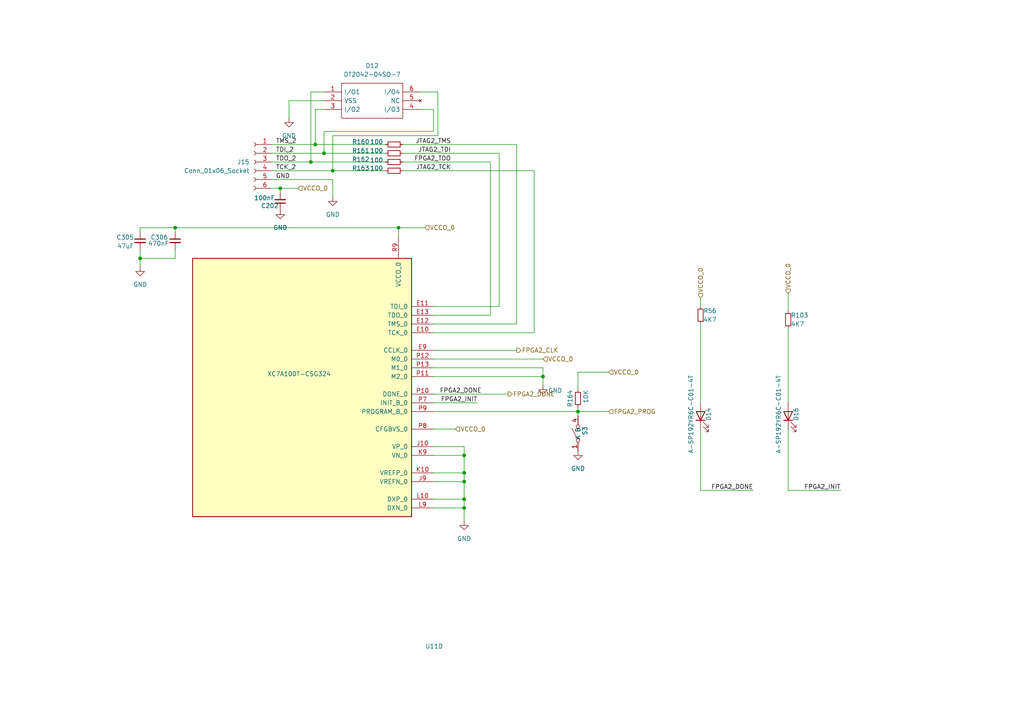
<source format=kicad_sch>
(kicad_sch (version 20231120) (generator "eeschema") (generator_version "8.0")
  (paper "A4")
  (title_block (title "RASBB") (date "2025-04-06") (rev "B") (company "Mina Daneshpajouh"))
  (lib_symbols
    (symbol "Connector:Conn_01x06_Socket" (pin_names (offset 1.016) hide)
      (property "Reference" "J15" (at 1.27 0.0001 0))
      (property "Value" "Conn_01x06_Socket" (at 1.27 -2.5399 0))
      (symbol "Conn_01x06_Socket_1_1"
        (arc (start 0 -7.112) (mid -0.5058 -7.62) (end 0 -8.128) (stroke (width 0.1524)))
        (arc (start 0 -4.572) (mid -0.5058 -5.08) (end 0 -5.588) (stroke (width 0.1524)))
        (arc (start 0 -2.032) (mid -0.5058 -2.54) (end 0 -3.048) (stroke (width 0.1524)))
        (polyline (pts (xy -1.27 -7.62) (xy -0.508 -7.62)) (stroke (width 0.1524)))
        (polyline (pts (xy -1.27 -5.08) (xy -0.508 -5.08)) (stroke (width 0.1524)))
        (polyline (pts (xy -1.27 -2.54) (xy -0.508 -2.54)) (stroke (width 0.1524)))
        (polyline (pts (xy -1.27 0) (xy -0.508 0)) (stroke (width 0.1524)))
        (polyline (pts (xy -1.27 2.54) (xy -0.508 2.54)) (stroke (width 0.1524)))
        (polyline (pts (xy -1.27 5.08) (xy -0.508 5.08)) (stroke (width 0.1524)))
        (arc (start 0 0.508) (mid -0.5058 0) (end 0 -0.508) (stroke (width 0.1524)))
        (arc (start 0 3.048) (mid -0.5058 2.54) (end 0 2.032) (stroke (width 0.1524)))
        (arc (start 0 5.588) (mid -0.5058 5.08) (end 0 4.572) (stroke (width 0.1524)))
        (pin output line (at -5.08 5.08 0) (length 3.81) (name "TMS_2") (number "1"))
        (pin output line (at -5.08 2.54 0) (length 3.81) (name "TDI_2") (number "2"))
        (pin input line (at -5.08 0 0) (length 3.81) (name "TDO_2") (number "3"))
        (pin output line (at -5.08 -2.54 0) (length 3.81) (name "TCK_2") (number "4"))
        (pin passive line (at -5.08 -5.08 0) (length 3.81) (name "GND") (number "5"))
        (pin power_in line (at -5.08 -7.62 0) (length 3.81) (name "VCC") (number "6"))
      )
    )
    (symbol "Device:C_Small" (pin_numbers hide) (pin_names (offset 0.254) hide)
      (property "Reference" "C" (at 0.254 1.778 0))
      (property "Value" "C_Small" (at 0.254 -2.032 0))
      (symbol "C_Small_0_1"
        (polyline (pts (xy -1.524 -0.508) (xy 1.524 -0.508)) (stroke (width 0.3302)))
        (polyline (pts (xy -1.524 0.508) (xy 1.524 0.508)) (stroke (width 0.3048)))
      )
      (symbol "C_Small_1_1"
        (pin passive line (at 0 2.54 270) (length 2.032) (name "~") (number "1"))
        (pin passive line (at 0 -2.54 90) (length 2.032) (name "~") (number "2"))
      )
    )
    (symbol "Device:LED" (pin_numbers hide) (pin_names (offset 1.016) hide)
      (property "Reference" "D" (at 0 2.54 0))
      (property "Value" "LED" (at 0 -2.54 0))
      (symbol "LED_0_1"
        (polyline (pts (xy -1.27 -1.27) (xy -1.27 1.27)) (stroke (width 0.254)))
        (polyline (pts (xy -1.27 0) (xy 1.27 0)))
        (polyline (pts (xy 1.27 -1.27) (xy 1.27 1.27) (xy -1.27 0) (xy 1.27 -1.27)) (stroke (width 0.254)))
        (polyline (pts (xy -3.048 -0.762) (xy -4.572 -2.286) (xy -3.81 -2.286) (xy -4.572 -2.286) (xy -4.572 -1.524)))
        (polyline (pts (xy -1.778 -0.762) (xy -3.302 -2.286) (xy -2.54 -2.286) (xy -3.302 -2.286) (xy -3.302 -1.524)))
      )
      (symbol "LED_1_1"
        (pin passive line (at -3.81 0 0) (length 2.54) (name "K") (number "1"))
        (pin passive line (at 3.81 0 180) (length 2.54) (name "A") (number "2"))
      )
    )
    (symbol "Device:R_Small" (pin_numbers hide) (pin_names (offset 0.254) hide)
      (property "Reference" "R" (at 0.762 0.508 0))
      (property "Value" "R_Small" (at 0.762 -1.016 0))
      (symbol "R_Small_0_1"
        (rectangle (start -0.762 1.778) (end 0.762 -1.778) (stroke (width 0.2032)))
      )
      (symbol "R_Small_1_1"
        (pin passive line (at 0 2.54 270) (length 0.762) (name "~") (number "1"))
        (pin passive line (at 0 -2.54 90) (length 0.762) (name "~") (number "2"))
      )
    )
    (symbol "FPGA_Xilinx_Artix7:XC7A100T-CSG324" (pin_names (offset 1.016))
      (property "Reference" "U11" (at 40.894 -78.232 0))
      (property "Value" "XC7A100T-CSG324" (at 8.382 0.762 0))
      (symbol "XC7A100T-CSG324_1_1"
        (rectangle (start -44.45 67.31) (end 44.45 -73.66) (stroke (width 0.254)) (fill (type background)))
        (pin no_connect line (at 50.8 33.02 180) (length 6.35) (name "IO_L4N_T0_15") (number "A11"))
        (pin bidirectional line (at 50.8 10.16 180) (length 6.35) (name "IO_L9P_T1_DQS_AD3P_15") (number "A13"))
        (pin bidirectional line (at 50.8 7.62 180) (length 6.35) (name "IO_L9N_T1_DQS_AD3N_15") (number "A14"))
        (pin bidirectional line (at 50.8 15.24 180) (length 6.35) (name "IO_L8P_T1_AD10P_15") (number "A15"))
        (pin bidirectional line (at 50.8 12.7 180) (length 6.35) (name "IO_L8N_T1_AD10N_15") (number "A16"))
        (pin power_in line (at 27.94 73.66 270) (length 6.35) (name "VCCO_15") (number "A17"))
        (pin bidirectional line (at 50.8 2.54 180) (length 6.35) (name "IO_L10N_T1_AD11N_15") (number "A18"))
        (pin no_connect line (at 50.8 35.56 180) (length 6.35) (name "IO_L4P_T0_15") (number "B11"))
        (pin bidirectional line (at 50.8 38.1 180) (length 6.35) (name "IO_L3N_T0_DQS_AD1N_15") (number "B12"))
        (pin bidirectional line (at 50.8 45.72 180) (length 6.35) (name "IO_L2P_T0_AD8P_15") (number "B13"))
        (pin bidirectional line (at 50.8 43.18 180) (length 6.35) (name "IO_L2N_T0_AD8N_15") (number "B14"))
        (pin bidirectional line (at 50.8 20.32 180) (length 6.35) (name "IO_L7P_T1_AD2P_15") (number "B16"))
        (pin bidirectional line (at 50.8 17.78 180) (length 6.35) (name "IO_L7N_T1_AD2N_15") (number "B17"))
        (pin bidirectional line (at 50.8 5.08 180) (length 6.35) (name "IO_L10P_T1_AD11P_15") (number "B18"))
        (pin bidirectional line (at 50.8 40.64 180) (length 6.35) (name "IO_L3P_T0_DQS_AD1P_15") (number "C12"))
        (pin power_in line (at 30.48 73.66 270) (length 6.35) (name "VCCO_15") (number "C13"))
        (pin bidirectional line (at 50.8 48.26 180) (length 6.35) (name "IO_L1N_T0_AD0N_15") (number "C14"))
        (pin bidirectional line (at 50.8 -7.62 180) (length 6.35) (name "IO_L12N_T1_MRCC_15") (number "C15"))
        (pin bidirectional line (at 50.8 -45.72 180) (length 6.35) (name "IO_L20P_T3_A20_15") (number "C16"))
        (pin bidirectional line (at 50.8 -48.26 180) (length 6.35) (name "IO_L20N_T3_A19_15") (number "C17"))
        (pin bidirectional line (at 50.8 25.4 180) (length 6.35) (name "IO_L6P_T0_15") (number "D12"))
        (pin bidirectional line (at 50.8 22.86 180) (length 6.35) (name "IO_L6N_T0_VREF_15") (number "D13"))
        (pin bidirectional line (at 50.8 50.8 180) (length 6.35) (name "IO_L1P_T0_AD0P_15") (number "D14"))
        (pin bidirectional line (at 50.8 -5.08 180) (length 6.35) (name "IO_L12P_T1_MRCC_15") (number "D15"))
        (pin power_in line (at 33.02 73.66 270) (length 6.35) (name "VCCO_15") (number "D16"))
        (pin bidirectional line (at 50.8 -27.94 180) (length 6.35) (name "IO_L16N_T2_A27_15") (number "D17"))
        (pin bidirectional line (at 50.8 -53.34 180) (length 6.35) (name "IO_L21N_T3_DQS_A18_15") (number "D18"))
        (pin bidirectional line (at 50.8 0 180) (length 6.35) (name "IO_L11P_T1_SRCC_15") (number "E15"))
        (pin bidirectional line (at 50.8 -2.54 180) (length 6.35) (name "IO_L11N_T1_SRCC_15") (number "E16"))
        (pin bidirectional line (at 50.8 -25.4 180) (length 6.35) (name "IO_L16P_T2_A28_15") (number "E17"))
        (pin bidirectional line (at 50.8 -50.8 180) (length 6.35) (name "IO_L21P_T3_DQS_15") (number "E18"))
        (pin no_connect line (at 50.8 30.48 180) (length 6.35) (name "IO_L5P_T0_AD9P_15") (number "F13"))
        (pin no_connect line (at 50.8 27.94 180) (length 6.35) (name "IO_L5N_T0_AD9N_15") (number "F14"))
        (pin bidirectional line (at 50.8 -15.24 180) (length 6.35) (name "IO_L14P_T2_SRCC_15") (number "F15"))
        (pin bidirectional line (at 50.8 -17.78 180) (length 6.35) (name "IO_L14N_T2_SRCC_15") (number "F16"))
        (pin bidirectional line (at 50.8 -58.42 180) (length 6.35) (name "IO_L22N_T3_A16_15") (number "F18"))
        (pin bidirectional line (at 50.8 53.34 180) (length 6.35) (name "IO_0_15") (number "G13"))
        (pin no_connect line (at 50.8 -22.86 180) (length 6.35) (name "IO_L15N_T2_DQS_ADV_B_15") (number "G14"))
        (pin power_in line (at 35.56 73.66 270) (length 6.35) (name "VCCO_15") (number "G15"))
        (pin bidirectional line (at 50.8 -12.7 180) (length 6.35) (name "IO_L13N_T2_MRCC_15") (number "G16"))
        (pin bidirectional line (at 50.8 -38.1 180) (length 6.35) (name "IO_L18N_T2_A23_15") (number "G17"))
        (pin bidirectional line (at 50.8 -55.88 180) (length 6.35) (name "IO_L22P_T3_A17_15") (number "G18"))
        (pin bidirectional line (at 50.8 -20.32 180) (length 6.35) (name "IO_L15P_T2_DQS_15") (number "H14"))
        (pin bidirectional line (at 50.8 -43.18 180) (length 6.35) (name "IO_L19N_T3_A21_VREF_15") (number "H15"))
        (pin bidirectional line (at 50.8 -10.16 180) (length 6.35) (name "IO_L13P_T2_MRCC_15") (number "H16"))
        (pin bidirectional line (at 50.8 -35.56 180) (length 6.35) (name "IO_L18P_T2_A24_15") (number "H17"))
        (pin power_in line (at 38.1 73.66 270) (length 6.35) (name "VCCO_15") (number "H18"))
        (pin bidirectional line (at 50.8 -33.02 180) (length 6.35) (name "IO_L17N_T2_A25_15") (number "J13"))
        (pin bidirectional line (at 50.8 -40.64 180) (length 6.35) (name "IO_L19P_T3_A22_15") (number "J14"))
        (pin bidirectional line (at 50.8 -68.58 180) (length 6.35) (name "IO_L24N_T3_RS0_15") (number "J15"))
        (pin bidirectional line (at 50.8 -60.96 180) (length 6.35) (name "IO_L23P_T3_FOE_B_15") (number "J17"))
        (pin bidirectional line (at 50.8 -63.5 180) (length 6.35) (name "IO_L23N_T3_FWE_B_15") (number "J18"))
        (pin no_connect line (at 50.8 -30.48 180) (length 6.35) (name "IO_L17P_T2_A26_15") (number "K13"))
        (pin power_in line (at 40.64 73.66 270) (length 6.35) (name "VCCO_15") (number "K14"))
        (pin bidirectional line (at 50.8 -66.04 180) (length 6.35) (name "IO_L24P_T3_RS1_15") (number "K15"))
        (pin bidirectional line (at 50.8 -71.12 180) (length 6.35) (name "IO_25_15") (number "K16"))
        (pin bidirectional line (at -50.8 50.8 0) (length 6.35) (name "IO_L1P_T0_D00_MOSI_14") (number "K17"))
        (pin bidirectional line (at -50.8 48.26 0) (length 6.35) (name "IO_L1N_T0_D01_DIN_14") (number "K18"))
        (pin bidirectional line (at -50.8 25.4 0) (length 6.35) (name "IO_L6P_T0_FCS_B_14") (number "L13"))
        (pin no_connect line (at -50.8 45.72 0) (length 6.35) (name "IO_L2P_T0_D02_14") (number "L14"))
        (pin no_connect line (at -50.8 40.64 0) (length 6.35) (name "IO_L3P_T0_DQS_PUDC_B_14") (number "L15"))
        (pin no_connect line (at -50.8 38.1 0) (length 6.35) (name "IO_L3N_T0_DQS_EMCCLK_14") (number "L16"))
        (pin power_in line (at -40.64 73.66 270) (length 6.35) (name "VCCO_14") (number "L17"))
        (pin bidirectional line (at -50.8 35.56 0) (length 6.35) (name "IO_L4P_T0_D04_14") (number "L18"))
        (pin no_connect line (at -50.8 22.86 0) (length 6.35) (name "IO_L6N_T0_D08_VREF_14") (number "M13"))
        (pin no_connect line (at -50.8 43.18 0) (length 6.35) (name "IO_L2N_T0_D03_14") (number "M14"))
        (pin no_connect line (at -50.8 5.08 0) (length 6.35) (name "IO_L10P_T1_D14_14") (number "M16"))
        (pin no_connect line (at -50.8 2.54 0) (length 6.35) (name "IO_L10N_T1_D15_14") (number "M17"))
        (pin no_connect line (at -50.8 33.02 0) (length 6.35) (name "IO_L4N_T0_D05_14") (number "M18"))
        (pin power_in line (at -38.1 73.66 270) (length 6.35) (name "VCCO_14") (number "N13"))
        (pin no_connect line (at -50.8 15.24 0) (length 6.35) (name "IO_L8P_T1_D11_14") (number "N14"))
        (pin no_connect line (at -50.8 0 0) (length 6.35) (name "IO_L11P_T1_SRCC_14") (number "N15"))
        (pin no_connect line (at -50.8 -2.54 0) (length 6.35) (name "IO_L11N_T1_SRCC_14") (number "N16"))
        (pin no_connect line (at -50.8 10.16 0) (length 6.35) (name "IO_L9P_T1_DQS_14") (number "N17"))
        (pin no_connect line (at -50.8 12.7 0) (length 6.35) (name "IO_L8N_T1_D12_14") (number "P14"))
        (pin bidirectional line (at -50.8 -10.16 0) (length 6.35) (name "IO_L13P_T2_MRCC_14") (number "P15"))
        (pin power_in line (at -35.56 73.66 270) (length 6.35) (name "VCCO_14") (number "P16"))
        (pin no_connect line (at -50.8 -5.08 0) (length 6.35) (name "IO_L12P_T1_MRCC_14") (number "P17"))
        (pin no_connect line (at -50.8 7.62 0) (length 6.35) (name "IO_L9N_T1_DQS_D13_14") (number "P18"))
        (pin no_connect line (at -50.8 -71.12 0) (length 6.35) (name "IO_25_14") (number "R10"))
        (pin no_connect line (at -50.8 53.34 0) (length 6.35) (name "IO_0_14") (number "R11"))
        (pin no_connect line (at -50.8 30.48 0) (length 6.35) (name "IO_L5P_T0_D06_14") (number "R12"))
        (pin no_connect line (at -50.8 27.94 0) (length 6.35) (name "IO_L5N_T0_D07_14") (number "R13"))
        (pin bidirectional line (at -50.8 -12.7 0) (length 6.35) (name "IO_L13N_T2_MRCC_14") (number "R15"))
        (pin bidirectional line (at -50.8 -20.32 0) (length 6.35) (name "IO_L15P_T2_DQS_RDWR_B_14") (number "R16"))
        (pin no_connect line (at -50.8 -7.62 0) (length 6.35) (name "IO_L12N_T1_MRCC_14") (number "R17"))
        (pin no_connect line (at -50.8 20.32 0) (length 6.35) (name "IO_L7P_T1_D09_14") (number "R18"))
        (pin no_connect line (at -50.8 -68.58 0) (length 6.35) (name "IO_L24N_T3_A00_D16_14") (number "T10"))
        (pin output line (at -50.8 -40.64 0) (length 6.35) (name "IO_L19P_T3_A10_D26_14") (number "T11"))
        (pin power_in line (at -33.02 73.66 270) (length 6.35) (name "VCCO_14") (number "T12"))
        (pin no_connect line (at -50.8 -60.96 0) (length 6.35) (name "IO_L23P_T3_A03_D19_14") (number "T13"))
        (pin bidirectional line (at -50.8 -15.24 0) (length 6.35) (name "IO_L14P_T2_SRCC_14") (number "T14"))
        (pin bidirectional line (at -50.8 -17.78 0) (length 6.35) (name "IO_L14N_T2_SRCC_14") (number "T15"))
        (pin bidirectional line (at -50.8 -22.86 0) (length 6.35) (name "IO_L15N_T2_DQS_DOUT_CSO_B_14") (number "T16"))
        (pin no_connect line (at -50.8 17.78 0) (length 6.35) (name "IO_L7N_T1_D10_14") (number "T18"))
        (pin no_connect line (at -50.8 -66.04 0) (length 6.35) (name "IO_L24P_T3_A01_D17_14") (number "T9"))
        (pin output line (at -50.8 -43.18 0) (length 6.35) (name "IO_L19N_T3_A09_D25_VREF_14") (number "U11"))
        (pin output line (at -50.8 -45.72 0) (length 6.35) (name "IO_L20P_T3_A08_D24_14") (number "U12"))
        (pin output line (at -50.8 -63.5 0) (length 6.35) (name "IO_L23N_T3_A02_D18_14") (number "U13"))
        (pin bidirectional line (at -50.8 -55.88 0) (length 6.35) (name "IO_L22P_T3_A05_D21_14") (number "U14"))
        (pin power_in line (at -30.48 73.66 270) (length 6.35) (name "VCCO_14") (number "U15"))
        (pin bidirectional line (at -50.8 -35.56 0) (length 6.35) (name "IO_L18P_T2_A12_D28_14") (number "U16"))
        (pin bidirectional line (at -50.8 -30.48 0) (length 6.35) (name "IO_L17P_T2_A14_D30_14") (number "U17"))
        (pin bidirectional line (at -50.8 -33.02 0) (length 6.35) (name "IO_L17N_T2_A13_D29_14") (number "U18"))
        (pin no_connect line (at -50.8 -50.8 0) (length 6.35) (name "IO_L21P_T3_DQS_14") (number "V10"))
        (pin no_connect line (at -50.8 -53.34 0) (length 6.35) (name "IO_L21N_T3_DQS_A06_D22_14") (number "V11"))
        (pin no_connect line (at -50.8 -48.26 0) (length 6.35) (name "IO_L20N_T3_A07_D23_14") (number "V12"))
        (pin bidirectional line (at -50.8 -58.42 0) (length 6.35) (name "IO_L22N_T3_A04_D20_14") (number "V14"))
        (pin bidirectional line (at -50.8 -25.4 0) (length 6.35) (name "IO_L16P_T2_CSI_B_14") (number "V15"))
        (pin bidirectional line (at -50.8 -27.94 0) (length 6.35) (name "IO_L16N_T2_A15_D31_14") (number "V16"))
        (pin bidirectional line (at -50.8 -38.1 0) (length 6.35) (name "IO_L18N_T2_A11_D27_14") (number "V17"))
        (pin power_in line (at -27.94 73.66 270) (length 6.35) (name "VCCO_14") (number "V18"))
      )
      (symbol "XC7A100T-CSG324_2_1"
        (rectangle (start -44.45 67.31) (end 44.45 -73.66) (stroke (width 0.254)) (fill (type background)))
        (pin bidirectional line (at -50.8 35.56 0) (length 6.35) (name "IO_L14P_T2_SRCC_16") (number "A10"))
        (pin bidirectional line (at -50.8 43.18 0) (length 6.35) (name "IO_L12N_T1_MRCC_16") (number "A8"))
        (pin bidirectional line (at -50.8 33.02 0) (length 6.35) (name "IO_L14N_T2_SRCC_16") (number "A9"))
        (pin power_in line (at -40.64 73.66 270) (length 6.35) (name "VCCO_16") (number "B10"))
        (pin bidirectional line (at -50.8 45.72 0) (length 6.35) (name "IO_L12P_T1_MRCC_16") (number "B8"))
        (pin bidirectional line (at -50.8 48.26 0) (length 6.35) (name "IO_L11N_T1_SRCC_16") (number "B9"))
        (pin bidirectional line (at -50.8 38.1 0) (length 6.35) (name "IO_L13N_T2_MRCC_16") (number "C10"))
        (pin bidirectional line (at -50.8 40.64 0) (length 6.35) (name "IO_L13P_T2_MRCC_16") (number "C11"))
        (pin bidirectional line (at -50.8 50.8 0) (length 6.35) (name "IO_L11P_T1_SRCC_16") (number "C9"))
        (pin bidirectional line (at -50.8 30.48 0) (length 6.35) (name "IO_L19N_T3_VREF_16") (number "D10"))
        (pin bidirectional line (at -50.8 53.34 0) (length 6.35) (name "IO_L6N_T0_VREF_16") (number "D9"))
        (pin bidirectional line (at 50.8 45.72 180) (length 6.35) (name "IO_L2P_T0_34") (number "K3"))
        (pin power_in line (at 27.94 73.66 270) (length 6.35) (name "VCCO_34") (number "K4"))
        (pin bidirectional line (at 50.8 30.48 180) (length 6.35) (name "IO_L5P_T0_34") (number "K5"))
        (pin bidirectional line (at 50.8 53.34 180) (length 6.35) (name "IO_0_34") (number "K6"))
        (pin bidirectional line (at 50.8 50.8 180) (length 6.35) (name "IO_L1P_T0_34") (number "L1"))
        (pin bidirectional line (at 50.8 43.18 180) (length 6.35) (name "IO_L2N_T0_34") (number "L3"))
        (pin bidirectional line (at 50.8 27.94 180) (length 6.35) (name "IO_L5N_T0_34") (number "L4"))
        (pin bidirectional line (at 50.8 22.86 180) (length 6.35) (name "IO_L6N_T0_VREF_34") (number "L5"))
        (pin bidirectional line (at 50.8 25.4 180) (length 6.35) (name "IO_L6P_T0_34") (number "L6"))
        (pin bidirectional line (at 50.8 48.26 180) (length 6.35) (name "IO_L1N_T0_34") (number "M1"))
        (pin bidirectional line (at 50.8 33.02 180) (length 6.35) (name "IO_L4N_T0_34") (number "M2"))
        (pin bidirectional line (at 50.8 35.56 180) (length 6.35) (name "IO_L4P_T0_34") (number "M3"))
        (pin bidirectional line (at 50.8 -25.4 180) (length 6.35) (name "IO_L16P_T2_34") (number "M4"))
        (pin bidirectional line (at 50.8 -35.56 180) (length 6.35) (name "IO_L18P_T2_34") (number "M6"))
        (pin bidirectional line (at 50.8 38.1 180) (length 6.35) (name "IO_L3N_T0_DQS_34") (number "N1"))
        (pin bidirectional line (at 50.8 40.64 180) (length 6.35) (name "IO_L3P_T0_DQS_34") (number "N2"))
        (pin power_in line (at 30.48 73.66 270) (length 6.35) (name "VCCO_34") (number "N3"))
        (pin bidirectional line (at 50.8 -27.94 180) (length 6.35) (name "IO_L16N_T2_34") (number "N4"))
        (pin bidirectional line (at 50.8 -10.16 180) (length 6.35) (name "IO_L13P_T2_MRCC_34") (number "N5"))
        (pin bidirectional line (at 50.8 -38.1 180) (length 6.35) (name "IO_L18N_T2_34") (number "N6"))
        (pin bidirectional line (at 50.8 -20.32 180) (length 6.35) (name "IO_L15P_T2_DQS_34") (number "P2"))
        (pin bidirectional line (at 50.8 -17.78 180) (length 6.35) (name "IO_L14N_T2_SRCC_34") (number "P3"))
        (pin bidirectional line (at 50.8 -15.24 180) (length 6.35) (name "IO_L14P_T2_SRCC_34") (number "P4"))
        (pin bidirectional line (at 50.8 -12.7 180) (length 6.35) (name "IO_L13N_T2_MRCC_34") (number "P5"))
        (pin power_in line (at 33.02 73.66 270) (length 6.35) (name "VCCO_34") (number "P6"))
        (pin bidirectional line (at 50.8 -30.48 180) (length 6.35) (name "IO_L17P_T2_34") (number "R1"))
        (pin bidirectional line (at 50.8 -22.86 180) (length 6.35) (name "IO_L15N_T2_DQS_34") (number "R2"))
        (pin bidirectional line (at 50.8 0 180) (length 6.35) (name "IO_L11P_T1_SRCC_34") (number "R3"))
        (pin bidirectional line (at 50.8 -43.18 180) (length 6.35) (name "IO_L19N_T3_VREF_34") (number "R5"))
        (pin bidirectional line (at 50.8 -40.64 180) (length 6.35) (name "IO_L19P_T3_34") (number "R6"))
        (pin bidirectional line (at 50.8 -60.96 180) (length 6.35) (name "IO_L23P_T3_34") (number "R7"))
        (pin bidirectional line (at 50.8 -66.04 180) (length 6.35) (name "IO_L24P_T3_34") (number "R8"))
        (pin bidirectional line (at 50.8 -33.02 180) (length 6.35) (name "IO_L17N_T2_34") (number "T1"))
        (pin power_in line (at 35.56 73.66 270) (length 6.35) (name "VCCO_34") (number "T2"))
        (pin bidirectional line (at 50.8 -2.54 180) (length 6.35) (name "IO_L11N_T1_SRCC_34") (number "T3"))
        (pin bidirectional line (at 50.8 -7.62 180) (length 6.35) (name "IO_L12N_T1_MRCC_34") (number "T4"))
        (pin bidirectional line (at 50.8 -5.08 180) (length 6.35) (name "IO_L12P_T1_MRCC_34") (number "T5"))
        (pin bidirectional line (at 50.8 -63.5 180) (length 6.35) (name "IO_L23N_T3_34") (number "T6"))
        (pin bidirectional line (at 50.8 -68.58 180) (length 6.35) (name "IO_L24N_T3_34") (number "T8"))
        (pin bidirectional line (at 50.8 20.32 180) (length 6.35) (name "IO_L7P_T1_34") (number "U1"))
        (pin bidirectional line (at 50.8 10.16 180) (length 6.35) (name "IO_L9P_T1_DQS_34") (number "U2"))
        (pin bidirectional line (at 50.8 12.7 180) (length 6.35) (name "IO_L8N_T1_34") (number "U3"))
        (pin bidirectional line (at 50.8 15.24 180) (length 6.35) (name "IO_L8P_T1_34") (number "U4"))
        (pin power_in line (at 38.1 73.66 270) (length 6.35) (name "VCCO_34") (number "U5"))
        (pin bidirectional line (at 50.8 -58.42 180) (length 6.35) (name "IO_L22N_T3_34") (number "U6"))
        (pin bidirectional line (at 50.8 -55.88 180) (length 6.35) (name "IO_L22P_T3_34") (number "U7"))
        (pin bidirectional line (at 50.8 -71.12 180) (length 6.35) (name "IO_25_34") (number "U8"))
        (pin bidirectional line (at 50.8 -50.8 180) (length 6.35) (name "IO_L21P_T3_DQS_34") (number "U9"))
        (pin bidirectional line (at 50.8 17.78 180) (length 6.35) (name "IO_L7N_T1_34") (number "V1"))
        (pin bidirectional line (at 50.8 7.62 180) (length 6.35) (name "IO_L9N_T1_DQS_34") (number "V2"))
        (pin bidirectional line (at 50.8 2.54 180) (length 6.35) (name "IO_L10N_T1_34") (number "V4"))
        (pin bidirectional line (at 50.8 5.08 180) (length 6.35) (name "IO_L10P_T1_34") (number "V5"))
        (pin bidirectional line (at 50.8 -48.26 180) (length 6.35) (name "IO_L20N_T3_34") (number "V6"))
        (pin bidirectional line (at 50.8 -45.72 180) (length 6.35) (name "IO_L20P_T3_34") (number "V7"))
        (pin power_in line (at 40.64 73.66 270) (length 6.35) (name "VCCO_34") (number "V8"))
        (pin bidirectional line (at 50.8 -53.34 180) (length 6.35) (name "IO_L21N_T3_DQS_34") (number "V9"))
      )
      (symbol "XC7A100T-CSG324_3_1"
        (rectangle (start -44.45 67.31) (end 44.45 -73.66) (stroke (width 0.254)) (fill (type background)))
        (pin bidirectional line (at -50.8 7.62 0) (length 6.35) (name "IO_L9N_T1_DQS_AD7N_35") (number "A1"))
        (pin bidirectional line (at -50.8 12.7 0) (length 6.35) (name "IO_L8N_T1_AD14N_35") (number "A3"))
        (pin bidirectional line (at -50.8 15.24 0) (length 6.35) (name "IO_L8P_T1_AD14P_35") (number "A4"))
        (pin bidirectional line (at -50.8 38.1 0) (length 6.35) (name "IO_L3N_T0_DQS_AD5N_35") (number "A5"))
        (pin bidirectional line (at -50.8 40.64 0) (length 6.35) (name "IO_L3P_T0_DQS_AD5P_35") (number "A6"))
        (pin power_in line (at -40.64 73.66 270) (length 6.35) (name "VCCO_35") (number "A7"))
        (pin bidirectional line (at -50.8 10.16 0) (length 6.35) (name "IO_L9P_T1_DQS_AD7P_35") (number "B1"))
        (pin bidirectional line (at -50.8 2.54 0) (length 6.35) (name "IO_L10N_T1_AD15N_35") (number "B2"))
        (pin bidirectional line (at -50.8 5.08 0) (length 6.35) (name "IO_L10P_T1_AD15P_35") (number "B3"))
        (pin bidirectional line (at -50.8 17.78 0) (length 6.35) (name "IO_L7N_T1_AD6N_35") (number "B4"))
        (pin bidirectional line (at -50.8 43.18 0) (length 6.35) (name "IO_L2N_T0_AD12N_35") (number "B6"))
        (pin bidirectional line (at -50.8 45.72 0) (length 6.35) (name "IO_L2P_T0_AD12P_35") (number "B7"))
        (pin bidirectional line (at -50.8 -27.94 0) (length 6.35) (name "IO_L16N_T2_35") (number "C1"))
        (pin bidirectional line (at -50.8 -25.4 0) (length 6.35) (name "IO_L16P_T2_35") (number "C2"))
        (pin power_in line (at -38.1 73.66 270) (length 6.35) (name "VCCO_35") (number "C3"))
        (pin bidirectional line (at -50.8 20.32 0) (length 6.35) (name "IO_L7P_T1_AD6P_35") (number "C4"))
        (pin no_connect line (at -50.8 48.26 0) (length 6.35) (name "IO_L1N_T0_AD4N_35") (number "C5"))
        (pin bidirectional line (at -50.8 50.8 0) (length 6.35) (name "IO_L1P_T0_AD4P_35") (number "C6"))
        (pin bidirectional line (at -50.8 33.02 0) (length 6.35) (name "IO_L4N_T0_35") (number "C7"))
        (pin bidirectional line (at -50.8 -17.78 0) (length 6.35) (name "IO_L14N_T2_SRCC_35") (number "D2"))
        (pin bidirectional line (at -50.8 -7.62 0) (length 6.35) (name "IO_L12N_T1_MRCC_35") (number "D3"))
        (pin bidirectional line (at -50.8 -2.54 0) (length 6.35) (name "IO_L11N_T1_SRCC_35") (number "D4"))
        (pin no_connect line (at -50.8 0 0) (length 6.35) (name "IO_L11P_T1_SRCC_35") (number "D5"))
        (pin power_in line (at -35.56 73.66 270) (length 6.35) (name "VCCO_35") (number "D6"))
        (pin no_connect line (at -50.8 22.86 0) (length 6.35) (name "IO_L6N_T0_VREF_35") (number "D7"))
        (pin bidirectional line (at -50.8 35.56 0) (length 6.35) (name "IO_L4P_T0_35") (number "D8"))
        (pin bidirectional line (at -50.8 -38.1 0) (length 6.35) (name "IO_L18N_T2_35") (number "E1"))
        (pin bidirectional line (at -50.8 -15.24 0) (length 6.35) (name "IO_L14P_T2_SRCC_35") (number "E2"))
        (pin bidirectional line (at -50.8 -5.08 0) (length 6.35) (name "IO_L12P_T1_MRCC_35") (number "E3"))
        (pin bidirectional line (at -50.8 27.94 0) (length 6.35) (name "IO_L5N_T0_AD13N_35") (number "E5"))
        (pin bidirectional line (at -50.8 30.48 0) (length 6.35) (name "IO_L5P_T0_AD13P_35") (number "E6"))
        (pin bidirectional line (at -50.8 25.4 0) (length 6.35) (name "IO_L6P_T0_35") (number "E7"))
        (pin bidirectional line (at -50.8 -35.56 0) (length 6.35) (name "IO_L18P_T2_35") (number "F1"))
        (pin power_in line (at -33.02 73.66 270) (length 6.35) (name "VCCO_35") (number "F2"))
        (pin bidirectional line (at -50.8 -12.7 0) (length 6.35) (name "IO_L13N_T2_MRCC_35") (number "F3"))
        (pin bidirectional line (at -50.8 -10.16 0) (length 6.35) (name "IO_L13P_T2_MRCC_35") (number "F4"))
        (pin no_connect line (at -50.8 53.34 0) (length 6.35) (name "IO_0_35") (number "F5"))
        (pin no_connect line (at -50.8 -43.18 0) (length 6.35) (name "IO_L19N_T3_VREF_35") (number "F6"))
        (pin bidirectional line (at -50.8 -33.02 0) (length 6.35) (name "IO_L17N_T2_35") (number "G1"))
        (pin bidirectional line (at -50.8 -22.86 0) (length 6.35) (name "IO_L15N_T2_DQS_35") (number "G2"))
        (pin no_connect line (at -50.8 -48.26 0) (length 6.35) (name "IO_L20N_T3_35") (number "G3"))
        (pin no_connect line (at -50.8 -45.72 0) (length 6.35) (name "IO_L20P_T3_35") (number "G4"))
        (pin power_in line (at -30.48 73.66 270) (length 6.35) (name "VCCO_35") (number "G5"))
        (pin no_connect line (at -50.8 -40.64 0) (length 6.35) (name "IO_L19P_T3_35") (number "G6"))
        (pin bidirectional line (at -50.8 -30.48 0) (length 6.35) (name "IO_L17P_T2_35") (number "H1"))
        (pin bidirectional line (at -50.8 -20.32 0) (length 6.35) (name "IO_L15P_T2_DQS_35") (number "H2"))
        (pin bidirectional line (at -50.8 -53.34 0) (length 6.35) (name "IO_L21N_T3_DQS_35") (number "H4"))
        (pin no_connect line (at -50.8 -68.58 0) (length 6.35) (name "IO_L24N_T3_35") (number "H5"))
        (pin no_connect line (at -50.8 -66.04 0) (length 6.35) (name "IO_L24P_T3_35") (number "H6"))
        (pin power_in line (at -27.94 73.66 270) (length 6.35) (name "VCCO_35") (number "J1"))
        (pin bidirectional line (at -50.8 -58.42 0) (length 6.35) (name "IO_L22N_T3_35") (number "J2"))
        (pin bidirectional line (at -50.8 -55.88 0) (length 6.35) (name "IO_L22P_T3_35") (number "J3"))
        (pin bidirectional line (at -50.8 -50.8 0) (length 6.35) (name "IO_L21P_T3_DQS_35") (number "J4"))
        (pin no_connect line (at -50.8 -71.12 0) (length 6.35) (name "IO_25_35") (number "J5"))
        (pin bidirectional line (at -50.8 -63.5 0) (length 6.35) (name "IO_L23N_T3_35") (number "K1"))
        (pin bidirectional line (at -50.8 -60.96 0) (length 6.35) (name "IO_L23P_T3_35") (number "K2"))
      )
      (symbol "XC7A100T-CSG324_4_1"
        (rectangle (start -31.75 34.29) (end 31.75 -40.64) (stroke (width 0.254)) (fill (type background)))
        (pin input line (at 38.1 12.7 180) (length 6.35) (name "TCK_0") (number "E10"))
        (pin input line (at 38.1 20.32 180) (length 6.35) (name "TDI_0") (number "E11"))
        (pin input line (at 38.1 15.24 180) (length 6.35) (name "TMS_0") (number "E12"))
        (pin output line (at 38.1 17.78 180) (length 6.35) (name "TDO_0") (number "E13"))
        (pin bidirectional line (at 38.1 7.62 180) (length 6.35) (name "CCLK_0") (number "E9"))
        (pin bidirectional line (at 38.1 -20.32 180) (length 6.35) (name "VP_0") (number "J10"))
        (pin bidirectional line (at 38.1 -30.48 180) (length 6.35) (name "VREFN_0") (number "J9"))
        (pin bidirectional line (at 38.1 -27.94 180) (length 6.35) (name "VREFP_0") (number "K10"))
        (pin bidirectional line (at 38.1 -22.86 180) (length 6.35) (name "VN_0") (number "K9"))
        (pin bidirectional line (at 38.1 -35.56 180) (length 6.35) (name "DXP_0") (number "L10"))
        (pin bidirectional line (at 38.1 -38.1 180) (length 6.35) (name "DXN_0") (number "L9"))
        (pin bidirectional line (at 38.1 -5.08 180) (length 6.35) (name "DONE_0") (number "P10"))
        (pin bidirectional line (at 38.1 0 180) (length 6.35) (name "M2_0") (number "P11"))
        (pin bidirectional line (at 38.1 5.08 180) (length 6.35) (name "M0_0") (number "P12"))
        (pin bidirectional line (at 38.1 2.54 180) (length 6.35) (name "M1_0") (number "P13"))
        (pin bidirectional line (at 38.1 -7.62 180) (length 6.35) (name "INIT_B_0") (number "P7"))
        (pin bidirectional line (at 38.1 -15.24 180) (length 6.35) (name "CFGBVS_0") (number "P8"))
        (pin bidirectional line (at 38.1 -10.16 180) (length 6.35) (name "PROGRAM_B_0") (number "P9"))
        (pin power_in line (at 27.94 40.64 270) (length 6.35) (name "VCCO_0") (number "R9"))
      )
      (symbol "XC7A100T-CSG324_5_1"
        (rectangle (start -19.05 50.8) (end 19.05 -50.8) (stroke (width 0.254)) (fill (type background)))
        (pin power_in line (at -25.4 7.62 0) (length 6.35) (name "GND") (number "A12"))
        (pin power_in line (at -25.4 10.16 0) (length 6.35) (name "GND") (number "A2"))
        (pin power_in line (at -25.4 2.54 0) (length 6.35) (name "GND") (number "B15"))
        (pin power_in line (at -25.4 5.08 0) (length 6.35) (name "GND") (number "B5"))
        (pin power_in line (at -25.4 -2.54 0) (length 6.35) (name "GND") (number "C18"))
        (pin power_in line (at -25.4 0 0) (length 6.35) (name "GND") (number "C8"))
        (pin power_in line (at -25.4 -5.08 0) (length 6.35) (name "GND") (number "D1"))
        (pin power_in line (at -25.4 -7.62 0) (length 6.35) (name "GND") (number "D11"))
        (pin power_in line (at -25.4 -12.7 0) (length 6.35) (name "GND") (number "E14"))
        (pin power_in line (at -25.4 -10.16 0) (length 6.35) (name "GND") (number "E4"))
        (pin power_in line (at -25.4 30.48 0) (length 6.35) (name "VCCBATT_0") (number "E8"))
        (pin power_in line (at -25.4 27.94 0) (length 6.35) (name "VCCBRAM") (number "F10"))
        (pin power_in line (at -25.4 -20.32 0) (length 6.35) (name "GND") (number "F11"))
        (pin power_in line (at -25.4 48.26 0) (length 6.35) (name "VCCAUX") (number "F12"))
        (pin power_in line (at -25.4 -22.86 0) (length 6.35) (name "GND") (number "F17"))
        (pin power_in line (at -25.4 -15.24 0) (length 6.35) (name "GND") (number "F7"))
        (pin power_in line (at 25.4 48.26 180) (length 6.35) (name "VCCINT") (number "F8"))
        (pin power_in line (at -25.4 -17.78 0) (length 6.35) (name "GND") (number "F9"))
        (pin power_in line (at -25.4 -27.94 0) (length 6.35) (name "GND") (number "G10"))
        (pin power_in line (at -25.4 25.4 0) (length 6.35) (name "VCCBRAM") (number "G11"))
        (pin power_in line (at -25.4 -30.48 0) (length 6.35) (name "GND") (number "G12"))
        (pin power_in line (at 25.4 45.72 180) (length 6.35) (name "VCCINT") (number "G7"))
        (pin power_in line (at -25.4 -25.4 0) (length 6.35) (name "GND") (number "G8"))
        (pin power_in line (at 25.4 43.18 180) (length 6.35) (name "VCCINT") (number "G9"))
        (pin power_in line (at -25.4 33.02 0) (length 6.35) (name "VCCADC_0") (number "H10"))
        (pin power_in line (at -25.4 -38.1 0) (length 6.35) (name "GND") (number "H11"))
        (pin power_in line (at -25.4 45.72 0) (length 6.35) (name "VCCAUX") (number "H12"))
        (pin power_in line (at -25.4 -40.64 0) (length 6.35) (name "GND") (number "H13"))
        (pin power_in line (at -25.4 -33.02 0) (length 6.35) (name "GND") (number "H3"))
        (pin power_in line (at -25.4 -35.56 0) (length 6.35) (name "GND") (number "H7"))
        (pin power_in line (at 25.4 40.64 180) (length 6.35) (name "VCCINT") (number "H8"))
        (pin power_in line (at -25.4 35.56 0) (length 6.35) (name "GNDADC_0") (number "H9"))
        (pin power_in line (at 25.4 35.56 180) (length 6.35) (name "VCCINT") (number "J11"))
        (pin power_in line (at -25.4 -48.26 0) (length 6.35) (name "GND") (number "J12"))
        (pin power_in line (at 25.4 7.62 180) (length 6.35) (name "GND") (number "J16"))
        (pin power_in line (at -25.4 -43.18 0) (length 6.35) (name "GND") (number "J6"))
        (pin power_in line (at 25.4 38.1 180) (length 6.35) (name "VCCINT") (number "J7"))
        (pin power_in line (at -25.4 -45.72 0) (length 6.35) (name "GND") (number "J8"))
        (pin power_in line (at 25.4 2.54 180) (length 6.35) (name "GND") (number "K11"))
        (pin power_in line (at -25.4 43.18 0) (length 6.35) (name "VCCAUX") (number "K12"))
        (pin power_in line (at 25.4 5.08 180) (length 6.35) (name "GND") (number "K7"))
        (pin power_in line (at 25.4 33.02 180) (length 6.35) (name "VCCINT") (number "K8"))
        (pin power_in line (at 25.4 27.94 180) (length 6.35) (name "VCCINT") (number "L11"))
        (pin power_in line (at 25.4 -5.08 180) (length 6.35) (name "GND") (number "L12"))
        (pin power_in line (at 25.4 0 180) (length 6.35) (name "GND") (number "L2"))
        (pin power_in line (at 25.4 30.48 180) (length 6.35) (name "VCCINT") (number "L7"))
        (pin power_in line (at 25.4 -2.54 180) (length 6.35) (name "GND") (number "L8"))
        (pin power_in line (at 25.4 22.86 180) (length 6.35) (name "VCCINT") (number "M10"))
        (pin power_in line (at 25.4 -15.24 180) (length 6.35) (name "GND") (number "M11"))
        (pin power_in line (at -25.4 40.64 0) (length 6.35) (name "VCCAUX") (number "M12"))
        (pin power_in line (at 25.4 -17.78 180) (length 6.35) (name "GND") (number "M15"))
        (pin power_in line (at 25.4 -7.62 180) (length 6.35) (name "GND") (number "M5"))
        (pin power_in line (at 25.4 -10.16 180) (length 6.35) (name "GND") (number "M7"))
        (pin power_in line (at 25.4 25.4 180) (length 6.35) (name "VCCINT") (number "M8"))
        (pin power_in line (at 25.4 -12.7 180) (length 6.35) (name "GND") (number "M9"))
        (pin power_in line (at 25.4 -22.86 180) (length 6.35) (name "GND") (number "N10"))
        (pin power_in line (at 25.4 15.24 180) (length 6.35) (name "VCCINT") (number "N11"))
        (pin power_in line (at 25.4 -25.4 180) (length 6.35) (name "GND") (number "N12"))
        (pin power_in line (at 25.4 -27.94 180) (length 6.35) (name "GND") (number "N18"))
        (pin power_in line (at 25.4 20.32 180) (length 6.35) (name "VCCINT") (number "N7"))
        (pin power_in line (at 25.4 -20.32 180) (length 6.35) (name "GND") (number "N8"))
        (pin power_in line (at 25.4 17.78 180) (length 6.35) (name "VCCINT") (number "N9"))
        (pin power_in line (at 25.4 -30.48 180) (length 6.35) (name "GND") (number "P1"))
        (pin power_in line (at 25.4 -35.56 180) (length 6.35) (name "GND") (number "R14"))
        (pin power_in line (at 25.4 -33.02 180) (length 6.35) (name "GND") (number "R4"))
        (pin power_in line (at 25.4 -40.64 180) (length 6.35) (name "GND") (number "T17"))
        (pin power_in line (at 25.4 -38.1 180) (length 6.35) (name "GND") (number "T7"))
        (pin power_in line (at 25.4 -43.18 180) (length 6.35) (name "GND") (number "U10"))
        (pin power_in line (at 25.4 -48.26 180) (length 6.35) (name "GND") (number "V13"))
        (pin power_in line (at 25.4 -45.72 180) (length 6.35) (name "GND") (number "V3"))
      )
    )
    (symbol "RASBB_Library:B3FS-1002P" (pin_names (offset 0.762))
      (property "Reference" "S1" (at 10.16 7.62 0))
      (property "Value" "B3FS-1002P" (at 10.16 5.08 0))
      (symbol "B3FS-1002P_0_0"
        (polyline (pts (xy 9.906 11.684) (xy 12.954 13.208)))
        (circle (center 9.398 11.43) (radius 0.508))
        (circle (center 13.462 11.43) (radius 0.508))
      )
      (symbol "B3FS-1002P_1_1"
        (pin passive line (at 6.35 11.43 0) (length 2.54) (name "A") (number "1"))
        (pin passive line (at 6.35 11.43 0) (length 2.54) hide (name "A") (number "2"))
        (pin passive line (at 16.51 11.43 180) (length 2.54) hide (name "B") (number "3"))
        (pin passive line (at 16.51 11.43 180) (length 2.54) (name "B") (number "4"))
      )
    )
    (symbol "RASBB_Library:DT2042-04SO-7" (pin_names (offset 0.762))
      (property "Reference" "D" (at 24.13 7.62 0))
      (property "Value" "DT2042-04SO-7" (at 24.13 5.08 0))
      (symbol "DT2042-04SO-7_0_0"
        (pin passive line (at 0 0 0) (length 5.08) (name "I/O1") (number "1"))
        (pin passive line (at 0 -2.54 0) (length 5.08) (name "VSS") (number "2"))
        (pin passive line (at 0 -5.08 0) (length 5.08) (name "I/O2") (number "3"))
        (pin passive line (at 27.94 -5.08 180) (length 5.08) (name "I/O3") (number "4"))
        (pin no_connect line (at 27.94 -2.54 180) (length 5.08) (name "NC") (number "5"))
        (pin passive line (at 27.94 0 180) (length 5.08) (name "I/O4") (number "6"))
      )
      (symbol "DT2042-04SO-7_0_1"
        (polyline (pts (xy 5.08 2.54) (xy 22.86 2.54) (xy 22.86 -7.62) (xy 5.08 -7.62) (xy 5.08 2.54)) (stroke (width 0.1524)))
      )
    )
    (symbol "power:GND" (power) (pin_numbers hide) (pin_names (offset 0) hide)
      (property "Value" "GND" (at 0 -3.81 0))
      (symbol "GND_0_1"
        (polyline (pts (xy 0 0) (xy 0 -1.27) (xy 1.27 -1.27) (xy 0 -2.54) (xy -1.27 -1.27) (xy 0 -1.27)))
      )
      (symbol "GND_1_1"
        (pin power_in line (at 0 0 270) (length 0) (name "~") (number "1"))
      )
    )
  )
  (junction (at 134.62 144.78))
  (junction (at 91.44 41.91))
  (junction (at 134.62 137.16))
  (junction (at 157.48 109.22))
  (junction (at 50.8 66.04))
  (junction (at 115.57 66.04))
  (junction (at 167.64 119.38))
  (junction (at 134.62 147.32))
  (junction (at 96.52 49.53))
  (junction (at 134.62 132.08))
  (junction (at 90.17 46.99))
  (junction (at 81.28 54.61))
  (junction (at 134.62 139.7))
  (junction (at 40.64 74.93))
  (junction (at 93.98 44.45))
  (wire (pts (xy 125.73 119.38) (xy 167.64 119.38)))
  (wire (pts (xy 167.64 118.11) (xy 167.64 119.38)))
  (wire (pts (xy 228.6 124.46) (xy 228.6 142.24)))
  (wire (pts (xy 78.74 41.91) (xy 91.44 41.91)))
  (wire (pts (xy 40.64 66.04) (xy 40.64 67.31)))
  (wire (pts (xy 203.2 93.98) (xy 203.2 116.84)))
  (wire (pts (xy 121.92 31.75) (xy 125.73 31.75)))
  (wire (pts (xy 93.98 38.1) (xy 93.98 44.45)))
  (wire (pts (xy 116.84 49.53) (xy 154.94 49.53)))
  (wire (pts (xy 134.62 147.32) (xy 134.62 151.13)))
  (wire (pts (xy 127 39.37) (xy 96.52 39.37)))
  (wire (pts (xy 134.62 132.08) (xy 134.62 137.16)))
  (wire (pts (xy 203.2 142.24) (xy 218.44 142.24)))
  (wire (pts (xy 96.52 39.37) (xy 96.52 49.53)))
  (wire (pts (xy 78.74 52.07) (xy 96.52 52.07)))
  (wire (pts (xy 78.74 49.53) (xy 96.52 49.53)))
  (wire (pts (xy 167.64 120.65) (xy 167.64 119.38)))
  (wire (pts (xy 50.8 72.39) (xy 50.8 74.93)))
  (wire (pts (xy 40.64 74.93) (xy 40.64 77.47)))
  (wire (pts (xy 81.28 54.61) (xy 81.28 55.88)))
  (wire (pts (xy 91.44 31.75) (xy 91.44 41.91)))
  (wire (pts (xy 78.74 44.45) (xy 93.98 44.45)))
  (wire (pts (xy 228.6 95.25) (xy 228.6 116.84)))
  (wire (pts (xy 125.73 109.22) (xy 157.48 109.22)))
  (wire (pts (xy 83.82 29.21) (xy 83.82 34.29)))
  (wire (pts (xy 127 26.67) (xy 127 39.37)))
  (wire (pts (xy 125.73 144.78) (xy 134.62 144.78)))
  (wire (pts (xy 121.92 26.67) (xy 127 26.67)))
  (wire (pts (xy 125.73 147.32) (xy 134.62 147.32)))
  (wire (pts (xy 125.73 139.7) (xy 134.62 139.7)))
  (wire (pts (xy 167.64 119.38) (xy 176.53 119.38)))
  (wire (pts (xy 78.74 54.61) (xy 81.28 54.61)))
  (wire (pts (xy 142.24 91.44) (xy 142.24 46.99)))
  (wire (pts (xy 91.44 41.91) (xy 111.76 41.91)))
  (wire (pts (xy 125.73 101.6) (xy 149.86 101.6)))
  (wire (pts (xy 115.57 66.04) (xy 115.57 68.58)))
  (wire (pts (xy 125.73 106.68) (xy 157.48 106.68)))
  (wire (pts (xy 125.73 93.98) (xy 149.86 93.98)))
  (wire (pts (xy 134.62 144.78) (xy 134.62 147.32)))
  (wire (pts (xy 125.73 132.08) (xy 134.62 132.08)))
  (wire (pts (xy 134.62 137.16) (xy 134.62 139.7)))
  (wire (pts (xy 116.84 41.91) (xy 149.86 41.91)))
  (wire (pts (xy 116.84 44.45) (xy 144.78 44.45)))
  (wire (pts (xy 78.74 46.99) (xy 90.17 46.99)))
  (wire (pts (xy 125.73 96.52) (xy 154.94 96.52)))
  (wire (pts (xy 125.73 91.44) (xy 142.24 91.44)))
  (wire (pts (xy 93.98 29.21) (xy 83.82 29.21)))
  (wire (pts (xy 40.64 74.93) (xy 40.64 72.39)))
  (wire (pts (xy 154.94 96.52) (xy 154.94 49.53)))
  (wire (pts (xy 125.73 137.16) (xy 134.62 137.16)))
  (wire (pts (xy 96.52 52.07) (xy 96.52 57.15)))
  (wire (pts (xy 125.73 31.75) (xy 125.73 38.1)))
  (wire (pts (xy 125.73 104.14) (xy 157.48 104.14)))
  (wire (pts (xy 96.52 49.53) (xy 111.76 49.53)))
  (wire (pts (xy 125.73 114.3) (xy 147.32 114.3)))
  (wire (pts (xy 125.73 88.9) (xy 144.78 88.9)))
  (wire (pts (xy 167.64 107.95) (xy 167.64 113.03)))
  (wire (pts (xy 157.48 109.22) (xy 157.48 111.76)))
  (wire (pts (xy 90.17 26.67) (xy 90.17 46.99)))
  (wire (pts (xy 93.98 26.67) (xy 90.17 26.67)))
  (wire (pts (xy 167.64 107.95) (xy 176.53 107.95)))
  (wire (pts (xy 125.73 129.54) (xy 134.62 129.54)))
  (wire (pts (xy 134.62 129.54) (xy 134.62 132.08)))
  (wire (pts (xy 50.8 74.93) (xy 40.64 74.93)))
  (wire (pts (xy 134.62 139.7) (xy 134.62 144.78)))
  (wire (pts (xy 90.17 46.99) (xy 111.76 46.99)))
  (wire (pts (xy 50.8 66.04) (xy 50.8 67.31)))
  (wire (pts (xy 203.2 86.36) (xy 203.2 88.9)))
  (wire (pts (xy 116.84 46.99) (xy 142.24 46.99)))
  (wire (pts (xy 228.6 85.09) (xy 228.6 90.17)))
  (wire (pts (xy 157.48 106.68) (xy 157.48 109.22)))
  (wire (pts (xy 40.64 66.04) (xy 50.8 66.04)))
  (wire (pts (xy 93.98 44.45) (xy 111.76 44.45)))
  (wire (pts (xy 81.28 54.61) (xy 86.36 54.61)))
  (wire (pts (xy 228.6 142.24) (xy 243.84 142.24)))
  (wire (pts (xy 123.19 66.04) (xy 115.57 66.04)))
  (wire (pts (xy 144.78 88.9) (xy 144.78 44.45)))
  (wire (pts (xy 93.98 31.75) (xy 91.44 31.75)))
  (wire (pts (xy 203.2 124.46) (xy 203.2 142.24)))
  (wire (pts (xy 50.8 66.04) (xy 115.57 66.04)))
  (wire (pts (xy 149.86 93.98) (xy 149.86 41.91)))
  (wire (pts (xy 125.73 38.1) (xy 93.98 38.1)))
  (wire (pts (xy 125.73 116.84) (xy 138.43 116.84)))
  (wire (pts (xy 125.73 124.46) (xy 132.08 124.46)))
  (label "TCK_2" (at 80.01 49.53 0))
  (label "TDO_2" (at 80.01 46.99 0))
  (label "JTAG2_TMS" (at 130.81 41.91 180))
  (label "FPGA2_DONE" (at 218.44 142.24 180))
  (label "JTAG2_TDI" (at 130.81 44.45 180))
  (label "TMS_2" (at 80.01 41.91 0))
  (label "FPGA2_TDO" (at 130.81 46.99 180))
  (label "TDI_2" (at 80.01 44.45 0))
  (label "FPGA2_INIT" (at 138.43 116.84 180))
  (label "JTAG2_TCK" (at 130.81 49.53 180))
  (label "FPGA2_INIT" (at 243.84 142.24 180))
  (label "FPGA2_DONE" (at 139.7 114.3 180))
  (label "GND" (at 80.01 52.07 0))
  (hierarchical_label "VCCO_0" (shape input) (at 86.36 54.61 0))
  (hierarchical_label "VCCO_0" (shape input) (at 176.53 107.95 0))
  (hierarchical_label "VCCO_0" (shape input) (at 123.19 66.04 0))
  (hierarchical_label "VCCO_0" (shape input) (at 132.08 124.46 0))
  (hierarchical_label "FPGA2_CLK" (shape output) (at 149.86 101.6 0))
  (hierarchical_label "VCCO_0" (shape input) (at 203.2 86.36 90))
  (hierarchical_label "VCCO_0" (shape input) (at 157.48 104.14 0))
  (hierarchical_label "VCCO_0" (shape input) (at 228.6 85.09 90))
  (hierarchical_label "FPGA2_DONE" (shape output) (at 147.32 114.3 0))
  (hierarchical_label "FPGA2_PROG" (shape input) (at 176.53 119.38 0))
  (symbol (lib_id "power:GND") (at 81.28 60.96 0) (unit 1)
    (property "Reference" "#PWR062" (effects (hide yes)))
    (property "Value" "GND" (at 81.28 66.04 0))
    (property "Description" "Power symbol creates a global label with name \"GND\" , ground" (effects (hide yes)))
  )
  (symbol (lib_id "Device:LED") (at 228.6 120.65 90) (unit 1)
    (property "Reference" "D16" (at 230.886 120.142 0))
    (property "Value" "A-SP192YR6C-C01-4T" (at 225.806 120.142 0))
    (property "Footprint" "LED_SMD:LED_0603_1608Metric" (effects (hide yes)))
    (property "Datasheet" "https://www.lcsc.com/datasheet/lcsc_datasheet_2302091809_Amicc-A-SP192YR6C-C01-4T_C5355433.pdf" (effects (hide yes)))
    (property "Description" "5mA Colorless Transparent Lens 72mcd 616nm~624nm -40℃~+85℃ Positive Stick Red 120° 60mW 1.7V~2.2V 0603 LED Indication - Discrete ROHS" (effects (hide yes)))
    (property "Mfr. Part #  " "A-SP192YR6C-C01-4T" (effects (hide yes)))
    (property "LCSC Part #  " "C5355433" (effects (hide yes)))
    (property "LCSC Part #" "C5355433" (effects (hide yes)))
    (property "Mfr. Part #" "A-SP192YR6C-C01-4T" (effects (hide yes)))
  )
  (symbol (lib_id "Device:R_Small") (at 114.3 49.53 90) (unit 1)
    (property "Reference" "R163" (at 104.648 48.768 90))
    (property "Value" "100" (at 109.22 48.768 90))
    (property "Footprint" "Resistor_SMD:R_0402_1005Metric" (effects (hide yes)))
    (property "Description" "62.5mW Thick Film Resistors ±100ppm/℃ ±1% 49.9Ω 0402 Chip Resistor - Surface Mount ROHS" (effects (hide yes)))
    (property "Mfr. Part #" "WR04X1000FTL" (effects (hide yes)))
    (property "LCSC Part #" "C163808" (effects (hide yes)))
  )
  (symbol (lib_id "Device:R_Small") (at 114.3 44.45 90) (unit 1)
    (property "Reference" "R161" (at 104.648 43.688 90))
    (property "Value" "100" (at 109.22 43.688 90))
    (property "Footprint" "Resistor_SMD:R_0402_1005Metric" (effects (hide yes)))
    (property "Description" "62.5mW Thick Film Resistors ±100ppm/℃ ±1% 49.9Ω 0402 Chip Resistor - Surface Mount ROHS" (effects (hide yes)))
    (property "Mfr. Part #" "WR04X1000FTL" (effects (hide yes)))
    (property "LCSC Part #" "C163808" (effects (hide yes)))
  )
  (symbol (lib_id "Device:LED") (at 203.2 120.65 90) (unit 1)
    (property "Reference" "D14" (at 205.486 120.142 0))
    (property "Value" "A-SP192YR6C-C01-4T" (at 200.406 120.142 0))
    (property "Footprint" "LED_SMD:LED_0603_1608Metric" (effects (hide yes)))
    (property "Datasheet" "https://www.lcsc.com/datasheet/lcsc_datasheet_2302091809_Amicc-A-SP192YR6C-C01-4T_C5355433.pdf" (effects (hide yes)))
    (property "Description" "5mA Colorless Transparent Lens 72mcd 616nm~624nm -40℃~+85℃ Positive Stick Red 120° 60mW 1.7V~2.2V 0603 LED Indication - Discrete ROHS" (effects (hide yes)))
    (property "Mfr. Part #  " "A-SP192YR6C-C01-4T" (effects (hide yes)))
    (property "LCSC Part #  " "C5355433" (effects (hide yes)))
    (property "LCSC Part #" "C5355433" (effects (hide yes)))
    (property "Mfr. Part #" "A-SP192YR6C-C01-4T" (effects (hide yes)))
  )
  (symbol (lib_id "Device:R_Small") (at 228.6 92.71 0) (unit 1)
    (property "Reference" "R103" (at 229.362 91.44 0) (effects (justify left)))
    (property "Value" "4K7" (at 229.362 93.98 0) (effects (justify left)))
    (property "Footprint" "Resistor_SMD:R_0402_1005Metric" (effects (hide yes)))
    (property "Description" "62.5mW Thick Film Resistors 50V ±100ppm/℃ ±1% 4.7kΩ 0402 Chip Resistor - Surface Mount ROHS" (effects (hide yes)))
    (property "Mfr. Part #" "RC0402FR-074K7L " (effects (hide yes)))
    (property "LCSC Part #" "C105871" (effects (hide yes)))
  )
  (symbol (lib_id "power:GND") (at 134.62 151.13 0) (mirror y) (unit 1)
    (property "Reference" "#PWR0229" (effects (hide yes)))
    (property "Value" "GND" (at 134.62 156.21 0))
    (property "Description" "Power symbol creates a global label with name \"GND\" , ground" (effects (hide yes)))
  )
  (symbol (lib_id "RASBB_Library:B3FS-1002P") (at 179.07 137.16 90) (unit 1)
    (property "Reference" "S3" (at 169.672 124.968 0))
    (property "Value" "B3FS-1002P" (effects (hide yes)))
    (property "Footprint" "RASBB:B3FS-1000P" (effects (hide yes)))
    (property "Description" "Tactile Switches 6x6x3.1mm Flat 150OF PhosphorBronze Ag TR" (effects (hide yes)))
    (property "Manufacturer_Name" "Omron Electronics" (effects (hide yes)))
    (property "Mfr. Part #" "B3FS-1002P" (effects (hide yes)))
    (property "LCSC Part #" "C271750" (effects (hide yes)))
  )
  (symbol (lib_id "power:GND") (at 96.52 57.15 0) (unit 1)
    (property "Reference" "#PWR0228" (effects (hide yes)))
    (property "Value" "GND" (at 96.52 62.23 0))
    (property "Description" "Power symbol creates a global label with name \"GND\" , ground" (effects (hide yes)))
  )
  (symbol (lib_id "Device:R_Small") (at 114.3 46.99 90) (unit 1)
    (property "Reference" "R162" (at 104.648 46.228 90))
    (property "Value" "100" (at 109.22 46.482 90))
    (property "Footprint" "Resistor_SMD:R_0402_1005Metric" (effects (hide yes)))
    (property "Description" "62.5mW Thick Film Resistors ±100ppm/℃ ±1% 49.9Ω 0402 Chip Resistor - Surface Mount ROHS" (effects (hide yes)))
    (property "Mfr. Part #" "WR04X1000FTL" (effects (hide yes)))
    (property "LCSC Part #" "C163808" (effects (hide yes)))
  )
  (symbol (lib_id "FPGA_Xilinx_Artix7:XC7A100T-CSG324") (at 87.63 109.22 0) (unit 4)
    (property "Reference" "U11" (at 128.524 187.452 0) (effects (justify right)))
    (property "Value" "XC7A100T-CSG324" (at 96.012 108.458 0) (effects (justify right)))
    (property "Footprint" "RASBB:BGA324C80P18X18_1500X1500X150" (effects (hide yes)))
    (property "Description" "Artix 7 T 100 XC7A100T-CSG324" (effects (hide yes)))
    (property "Mfr. Part # " "XC7A100T-2CSG324I " (effects (hide yes)))
    (property "LCSC Part #" "C1521791" (effects (hide yes)))
    (property "Mfr. Part #" "XC7A100T-2CSG324I " (effects (hide yes)))
  )
  (symbol (lib_id "power:GND") (at 167.64 130.81 0) (mirror y) (unit 1)
    (property "Reference" "#PWR0230" (effects (hide yes)))
    (property "Value" "GND" (at 167.64 135.89 0))
    (property "Description" "Power symbol creates a global label with name \"GND\" , ground" (effects (hide yes)))
  )
  (symbol (lib_id "Device:C_Small") (at 50.8 69.85 0) (mirror y) (unit 1)
    (property "Reference" "C306" (at 48.768 68.834 0) (effects (justify left)))
    (property "Value" "470nF" (at 49.022 70.612 0) (effects (justify left)))
    (property "Footprint" "Capacitor_SMD:C_0402_1005Metric" (effects (hide yes)))
    (property "Datasheet" "https://www.lcsc.com/datasheet/lcsc_datasheet_2206281830_Murata-Electronics-GRT155R71A474KE01D_C711087.pdf" (effects (hide yes)))
    (property "Description" "Unpolarized capacitor, small symbol" (effects (hide yes)))
    (property "Mfr. Part #" "GRT155R71A474KE01D " (effects (hide yes)))
    (property "LCSC Part #" "C471404" (effects (hide yes)))
  )
  (symbol (lib_id "power:GND") (at 83.82 34.29 0) (unit 1)
    (property "Reference" "#PWR0227" (effects (hide yes)))
    (property "Value" "GND" (at 83.82 39.37 0))
    (property "Description" "Power symbol creates a global label with name \"GND\" , ground" (effects (hide yes)))
  )
  (symbol (lib_id "Device:R_Small") (at 167.64 115.57 0) (unit 1)
    (property "Reference" "R164" (at 165.354 115.57 90))
    (property "Value" "10K" (at 169.926 115.062 90))
    (property "Footprint" "Resistor_SMD:R_0402_1005Metric" (effects (hide yes)))
    (property "Datasheet" "https://www.lcsc.com/datasheet/lcsc_datasheet_2304140030_Walsin-Tech-Corp-WR04X1002FTL_C163810.pdf" (effects (hide yes)))
    (property "Description" "62.5mW Thick Film Resistors 50V ±100ppm/℃ ±1% 10kΩ 0402 Chip Resistor - Surface Mount ROHS" (effects (hide yes)))
    (property "Mfr. Part #" "WR04X1002FTL " (effects (hide yes)))
    (property "LCSC Part #" "C163810" (effects (hide yes)))
  )
  (symbol (lib_id "Device:C_Small") (at 40.64 69.85 0) (mirror y) (unit 1)
    (property "Reference" "C305" (at 38.862 68.834 0) (effects (justify left)))
    (property "Value" "47uF" (at 38.862 71.374 0) (effects (justify left)))
    (property "Footprint" "Capacitor_SMD:C_0805_2012Metric" (effects (hide yes)))
    (property "Datasheet" "https://www.lcsc.com/datasheet/lcsc_datasheet_1912111437_Murata-Electronics-GRM21BR61A476ME15L_C124129.pdf" (effects (hide yes)))
    (property "Description" "10V 47uF X5R ±20% 0805 Multilayer Ceramic Capacitors MLCC - SMD/SMT ROHS" (effects (hide yes)))
    (property "Mfr. Part # " "GRM21BR61A476ME15L" (effects (hide yes)))
    (property "LCSC Part #" "C124129" (effects (hide yes)))
    (property "Mfr. Part #" "GRM21BR61A476ME15L" (effects (hide yes)))
  )
  (symbol (lib_id "RASBB_Library:DT2042-04SO-7") (at 93.98 26.67 0) (unit 1)
    (property "Reference" "D12" (at 107.95 19.05 0))
    (property "Value" "DT2042-04SO-7" (at 107.95 21.59 0))
    (property "Footprint" "RASBB:SOT95P285X140-6N" (effects (hide yes)))
    (property "Datasheet" "https://componentsearchengine.com/Datasheets/1/DT2042-04SO-7.pdf" (effects (hide yes)))
    (property "Description" "Diodes Inc DT2042-04SO-7 Quad Uni-Directional TVS Diode Array, 300mW peak, 6-Pin SOT-26" (effects (hide yes)))
    (property "Height" "1.4" (effects (hide yes)))
    (property "Manufacturer_Name" "Diodes Incorporated" (effects (hide yes)))
    (property "Mfr. Part #" "DT2042-04SO-7" (effects (hide yes)))
    (property "LCSC Part #" "C2841428" (effects (hide yes)))
  )
  (symbol (lib_id "Device:R_Small") (at 203.2 91.44 0) (unit 1)
    (property "Reference" "R56" (at 203.962 90.17 0) (effects (justify left)))
    (property "Value" "4K7" (at 203.962 92.71 0) (effects (justify left)))
    (property "Footprint" "Resistor_SMD:R_0402_1005Metric" (effects (hide yes)))
    (property "Description" "62.5mW Thick Film Resistors 50V ±100ppm/℃ ±1% 4.7kΩ 0402 Chip Resistor - Surface Mount ROHS" (effects (hide yes)))
    (property "Mfr. Part #" "RC0402FR-074K7L " (effects (hide yes)))
    (property "LCSC Part #" "C105871" (effects (hide yes)))
  )
  (symbol (lib_id "Connector:Conn_01x06_Socket") (at 73.66 46.99 0) (mirror y) (unit 1)
    (property "Reference" "J15" (at 72.39 46.9899 0) (effects (justify left)))
    (property "Value" "Conn_01x06_Socket" (at 72.39 49.5299 0) (effects (justify left)))
    (property "Footprint" "Connector_PinHeader_1.27mm:PinHeader_2x03_P1.27mm_Vertical_SMD" (effects (hide yes)))
    (property "Datasheet" "https://www.lcsc.com/datasheet/lcsc_datasheet_2408280907_Megastar-ZX-PZ1-27-2-3PWZ_C41370771.pdf" (effects (hide yes)))
    (property "Description" "Gold 1A Standing paste Policy 1mm 6P 4mm -40℃~+105℃ 1.27mm Brass Double Row Black 2x3P 1.27mm SMD,P=1.27mm Pin Headers ROHS" (effects (hide yes)))
    (property "Mfr. Part #" "ZX-PZ1.27-2-3PWZ" (effects (hide yes)))
    (property "LCSC Part #" "C41370771" (effects (hide yes)))
  )
  (symbol (lib_id "Device:C_Small") (at 81.28 58.42 180) (unit 1)
    (property "Reference" "C202" (at 75.692 59.69 0) (effects (justify right)))
    (property "Value" "100nF" (at 73.66 57.404 0) (effects (justify right)))
    (property "Footprint" "Capacitor_SMD:C_0402_1005Metric" (effects (hide yes)))
    (property "Datasheet" "https://www.lcsc.com/datasheet/lcsc_datasheet_2309201533_Walsin-Tech-Corp-0402B103K100CT_C3840241.pdf" (effects (hide yes)))
    (property "Description" "50V 100nF ±10% 0402 Multilayer Ceramic Capacitors MLCC" (effects (hide yes)))
    (property "Mfr. Part #" "0402B104K500CT" (effects (hide yes)))
    (property "LCSC Part #" "C152814" (effects (hide yes)))
  )
  (symbol (lib_id "power:GND") (at 40.64 77.47 0) (mirror y) (unit 1)
    (property "Reference" "#PWR0226" (effects (hide yes)))
    (property "Value" "GND" (at 40.64 82.55 0))
    (property "Description" "Power symbol creates a global label with name \"GND\" , ground" (effects (hide yes)))
  )
  (symbol (lib_id "Device:R_Small") (at 114.3 41.91 90) (unit 1)
    (property "Reference" "R160" (at 104.648 41.148 90))
    (property "Value" "100" (at 109.22 41.148 90))
    (property "Footprint" "Resistor_SMD:R_0402_1005Metric" (effects (hide yes)))
    (property "Description" "62.5mW Thick Film Resistors ±100ppm/℃ ±1% 49.9Ω 0402 Chip Resistor - Surface Mount ROHS" (effects (hide yes)))
    (property "Mfr. Part #" "WR04X1000FTL" (effects (hide yes)))
    (property "LCSC Part #" "C163808" (effects (hide yes)))
  )
  (symbol (lib_id "power:GND") (at 157.48 111.76 0) (mirror y) (unit 1)
    (property "Reference" "#PWR0241" (effects (hide yes)))
    (property "Value" "GND" (at 161.036 113.284 0))
    (property "Description" "Power symbol creates a global label with name \"GND\" , ground" (effects (hide yes)))
  )
)
</source>
